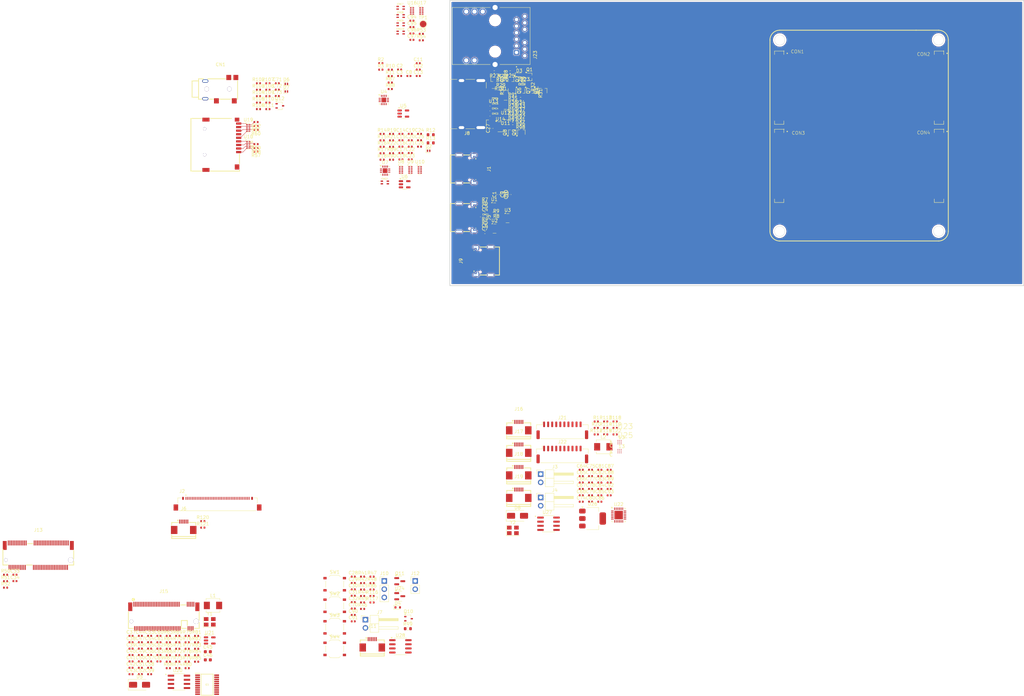
<source format=kicad_pcb>
(kicad_pcb (version 20240225) (generator "pcbnew") (generator_version "8.99")
  (title_block (title "anyon e motherboard") (date "2024-07-10") (rev "V0.1") (company "Byran Huang") (comment 1 "UNITS: MM, 1.0mm/0.1mm grid size"))
  (layers (0 "F.Cu" signal) (1 "In1.Cu" signal) (2 "In2.Cu" signal) (31 "B.Cu" signal) (34 "B.Paste" user) (35 "F.Paste" user) (36 "B.SilkS" user "B.Silkscreen") (37 "F.SilkS" user "F.Silkscreen") (38 "B.Mask" user) (39 "F.Mask" user) (44 "Edge.Cuts" user))
  (net 0 "")
  (net 1 "GND")
  (net 2 "/USBC0/VBUS")
  (net 3 "/USBC0/CC2")
  (net 4 "/USBC0/CC1")
  (net 5 "/USBC0/TX1-")
  (net 6 "/USBC0/IN_TX1-")
  (net 7 "/USBC0/IN_TX1+")
  (net 8 "/USBC0/TX1+")
  (net 9 "/USBC0/IN_TX2-")
  (net 10 "/USBC0/TX2-")
  (net 11 "/USBC0/IN_TX2+")
  (net 12 "/USBC0/TX2+")
  (net 13 "+3.3V")
  (net 14 "+5V")
  (net 15 "/USBC1/VBUS")
  (net 16 "Net-(J1-TX1-)")
  (net 17 "/USBC1/TX1-")
  (net 18 "Net-(J1-TX1+)")
  (net 19 "/USBC1/TX1+")
  (net 20 "Net-(J1-TX2-)")
  (net 21 "/USBC1/TX2-")
  (net 22 "/USBC1/TX2+")
  (net 23 "Net-(J1-TX2+)")
  (net 24 "/USBC1/CC1")
  (net 25 "/USBC1/CC2")
  (net 26 "/HDMI_TX/HDMI0_5V")
  (net 27 "/System/PWRON_L")
  (net 28 "/System/RESET_L")
  (net 29 "/BOOT_SARADC_IN0")
  (net 30 "/System/RECOVERY")
  (net 31 "Net-(J12-Pin_1)")
  (net 32 "/PCIE20_1_TXP")
  (net 34 "/PCIE20_1_TXN")
  (net 36 "/Ethernet/CT1")
  (net 37 "/Ethernet/CT2")
  (net 38 "Net-(J15-PETn3)")
  (net 39 "/PCIE30_PORT1_TX3N")
  (net 40 "/PCIE30_PORT1_TX2N")
  (net 41 "Net-(J15-PETn2)")
  (net 42 "/PCIE30_PORT1_TX3P")
  (net 43 "Net-(J15-PETp3)")
  (net 44 "/PCIE30_PORT1_TX2P")
  (net 45 "Net-(J15-PETp2)")
  (net 46 "/PCIE30_PORT0_TX1P")
  (net 47 "Net-(J15-PETp1)")
  (net 48 "/PCIE30_PORT0_TX1N")
  (net 49 "Net-(J15-PETn1)")
  (net 50 "/PCIE30_PORT0_TX0N")
  (net 51 "Net-(J15-PETn0{slash}SATA-A-)")
  (net 52 "Net-(J15-PETp0{slash}SATA-A+)")
  (net 53 "/PCIE30_PORT0_TX0P")
  (net 54 "/PCIE3.0-MKEY/+3.3V_PCIE")
  (net 55 "Net-(D5-K)")
  (net 56 "Net-(U20-BOOT)")
  (net 57 "Net-(U20-SS)")
  (net 58 "Net-(C54-Pad1)")
  (net 59 "Net-(U20-COMP)")
  (net 60 "/PCIE3.0-MKEY/+3.3V_PI6C")
  (net 61 "/PCIE3.0-MKEY/X1")
  (net 62 "Net-(C59-Pad1)")
  (net 63 "/USB2.0/X1")
  (net 64 "/USB2.0/X2")
  (net 65 "/Audio/R_AUDIO")
  (net 66 "Net-(C71-Pad2)")
  (net 67 "Net-(C72-Pad2)")
  (net 68 "/Audio/L_AUDIO")
  (net 69 "Net-(Q12-G)")
  (net 70 "Net-(U23-IN+)")
  (net 71 "Net-(U23-IN-)")
  (net 72 "Net-(U25-IN+)")
  (net 73 "Net-(U25-IN-)")
  (net 74 "+1V8")
  (net 75 "Net-(U27-BOOT)")
  (net 76 "Net-(D8-K)")
  (net 77 "Net-(C85-Pad1)")
  (net 78 "Net-(U27-COMP)")
  (net 79 "Net-(U27-SS)")
  (net 81 "/USBC0/IN_D-")
  (net 83 "/USBC0/IN_D+")
  (net 84 "Net-(CMC2-Pad3)")
  (net 85 "Net-(CMC2-Pad1)")
  (net 86 "Net-(CMC2-Pad2)")
  (net 87 "Net-(CMC2-Pad4)")
  (net 88 "/HDMI_TX/HDMI0_TX2N_PORT")
  (net 91 "/HDMI_TX/HDMI0_TX2P_PORT")
  (net 92 "/HDMI_TX/HDMI0_TX1N_PORT")
  (net 95 "/HDMI_TX/HDMI0_TX1P_PORT")
  (net 97 "/HDMI_TX/HDMI0_TX0N_PORT")
  (net 98 "/HDMI_TX/HDMI0_TX0P_PORT")
  (net 101 "/HDMI_TX/HDMI0_TX3N_PORT")
  (net 102 "/HDMI_TX/HDMI0_TX3P_PORT")
  (net 104 "/P25G_MDIP2")
  (net 105 "/P25G_MDIN2")
  (net 106 "/Ethernet/P0")
  (net 107 "/Ethernet/N0")
  (net 108 "/P25G_MDIN1")
  (net 109 "/Ethernet/P1")
  (net 110 "/Ethernet/N1")
  (net 111 "/P25G_MDIP1")
  (net 112 "/P25G_MDIN0")
  (net 113 "/Ethernet/P2")
  (net 114 "/Ethernet/N2")
  (net 115 "/P25G_MDIP0")
  (net 116 "/P25G_MDIN3")
  (net 117 "/P25G_MDIP3")
  (net 118 "/Ethernet/N3")
  (net 119 "/Ethernet/P3")
  (net 120 "/Audio/R_HP")
  (net 121 "GND_AUDUO")
  (net 122 "/Audio/L_HP")
  (net 123 "/Audio/L_DET")
  (net 124 "/Audio/MIC")
  (net 125 "Net-(R100-Pad1)")
  (net 126 "Net-(D4-K)")
  (net 127 "/PCIE3.0-MKEY/X2")
  (net 129 "/PCIE3.0-MKEY/CLK2N")
  (net 131 "/PCIE3.0-MKEY/CLK2P")
  (net 132 "/PCIE3.0-MKEY/CLK3N")
  (net 133 "Net-(IC1-S1)")
  (net 134 "Net-(IC1-CLK0)")
  (net 135 "Net-(IC1-OE)")
  (net 136 "Net-(IC1-S0)")
  (net 137 "Net-(IC1-~{CLK0})")
  (net 138 "Net-(IC1-IREF)")
  (net 139 "Net-(IC1-S2)")
  (net 140 "Net-(IC1-~{PD})")
  (net 141 "/PCIE3.0-MKEY/CLK3P")
  (net 142 "Net-(J1-SHIELD)")
  (net 143 "/USBC1/SBUS1")
  (net 144 "Net-(J1-RX2-)")
  (net 145 "Net-(J1-RX2+)")
  (net 146 "/USBC1/SBUS2")
  (net 147 "Net-(J1-RX1+)")
  (net 148 "Net-(J1-RX1-)")
  (net 151 "/HDMI1_TX1P_PORT")
  (net 153 "Net-(J6-Pin_4)")
  (net 154 "/HDMI1_TX0P_PORT")
  (net 157 "Net-(J2-Pad25)")
  (net 160 "/HDMI1_TX3P_PORT")
  (net 161 "/HDMI1_TX2N_PORT")
  (net 162 "/HDMI1_TX1N_PORT")
  (net 163 "/HDMI1_TX0N_PORT")
  (net 164 "/HDMI1_TX_SBDN")
  (net 165 "/HDMI1_TX_SBDP")
  (net 167 "/HDMI1_TX3N_PORT")
  (net 168 "/HDMI1_TX2P_PORT")
  (net 169 "Net-(J2-Pad21)")
  (net 173 "Net-(J3-Pin_2)")
  (net 174 "Net-(J3-Pin_1)")
  (net 175 "Net-(J4-Pin_2)")
  (net 176 "Net-(J4-Pin_1)")
  (net 177 "/USBC0/IN_RX1-")
  (net 178 "/USBC0/IN_RX1+")
  (net 180 "/USBC0/SBUS1")
  (net 181 "/USBC0/IN_RX2-")
  (net 182 "/USBC0/IN_RX2+")
  (net 183 "/USBC0/SBUS2")
  (net 184 "/VBAT_RTC")
  (net 185 "/HDMI_TX/CEC")
  (net 186 "/HDMI_TX/SBDP")
  (net 187 "/HDMI_TX/SBDN")
  (net 188 "/HDMI_TX/SDA")
  (net 189 "/HDMI_TX/SCL")
  (net 190 "Net-(J9-SHIELD)")
  (net 191 "/System/UART_TX")
  (net 192 "/System/BOOT_SARADC")
  (net 193 "/USB20_HOST1_DP")
  (net 194 "/USB20_HOST1_DM")
  (net 195 "/PCIE2.0-EKEY/EKEY_3.3V")
  (net 196 "/GPIO4_A2")
  (net 197 "/GPIO2_C0")
  (net 198 "/GPIO2_B7")
  (net 199 "/GPIO4_A0{slash}TP_2_INT_L")
  (net 200 "/GPIO2_B3")
  (net 201 "/GPIO4_A1{slash}TP_2_RST_L")
  (net 203 "/GPIO2_A6")
  (net 204 "/GPIO2_B0")
  (net 205 "/GPIO1_A2{slash}I2C4_SDA_M3_TP")
  (net 206 "/GPIO2_A7")
  (net 207 "/GPIO1_A0{slash}UART6_RX_M1")
  (net 208 "/PCIE20_1_REFCLKN")
  (net 209 "/PCIE20_1_REFCLKP")
  (net 211 "/GPIO0_B2")
  (net 213 "/GPIO2_B2")
  (net 214 "/GPIO0_C5{slash}UART0_TX_M0{slash}PWM4_M0")
  (net 215 "/GPIO1_A3{slash}I2C4_SCL_M3_TP")
  (net 216 "/GPIO3_A6{slash}LCD_RST")
  (net 217 "/GPIO1_A1{slash}UART6_TX_M1")
  (net 218 "/GPIO2_B1")
  (net 219 "/PCIE20_1_RXN")
  (net 220 "/PCIE20_1_RXP")
  (net 221 "/SD Card/CMD")
  (net 222 "/SD Card/D0")
  (net 223 "/SD Card/D1")
  (net 224 "/SD Card/D3")
  (net 225 "/SD Card/VDD")
  (net 226 "/SD Card/D2")
  (net 227 "/SD Card/CLK")
  (net 228 "/SD Card/DET")
  (net 229 "/PCIE30_PORT1_RX2P")
  (net 231 "/PCIE30_PORT1_RX2N")
  (net 233 "/GPIO4_B4{slash}PCIE30X4_CLKREQn_M1_L")
  (net 235 "/PCIE30_PORT0_RX0P")
  (net 241 "/PCIE30_PORT1_RX3N")
  (net 244 "/GPIO4_B6{slash}PCIE30X4_PERSTn_M1_L")
  (net 245 "/PCIE3.0-MKEY/PCIE30_REFCLK_A_P")
  (net 246 "/GPIO4_B5{slash}PCIE30X4_WAKEn_M1_L")
  (net 247 "/PCIE30_PORT0_RX0N")
  (net 254 "/PCIE30_PORT0_RX1N")
  (net 256 "/PCIE30_PORT0_RX1P")
  (net 263 "/PCIE30_PORT1_RX3P")
  (net 264 "/PCIE3.0-MKEY/PCIE30_REFCLK_A_N")
  (net 267 "/USB2.0/DP4")
  (net 268 "/USB2.0/DM4")
  (net 271 "/USB2.0/DM3")
  (net 272 "/USB2.0/DP3")
  (net 273 "/USB2.0/DM2")
  (net 275 "/USB2.0/DP2")
  (net 278 "/USB2.0/DP1")
  (net 280 "/USB2.0/DM1")
  (net 282 "/GPIO1_B2{slash}SPI0_MOSI_M2{slash}UART4_RX_M2")
  (net 286 "/GPIO0_A4{slash}SDMMC_DET_L")
  (net 288 "/GPIO2_C1{slash}MIPI_CAM2_RESET_L")
  (net 289 "/PMIC_EXT_EN_OUT")
  (net 290 "/HDMIIRX_HPDOUT_H")
  (net 291 "VDD")
  (net 293 "/USBC1/RX2-")
  (net 294 "/GPIO3_B0{slash}PWM9_M0")
  (net 295 "/GPIO1_D3{slash}PWM1_M1")
  (net 296 "/PCIE20_2_RXN")
  (net 297 "/HDMI_RX_CLKP_PORT")
  (net 299 "/HDMI_RX_D2P_PORT")
  (net 300 "/GPIO3_A0{slash}SPI4_MISO_M1{slash}PWM10_M0")
  (net 302 "/GPIO1_C4{slash}HP_DET_L")
  (net 304 "/SDMMC0_D0")
  (net 308 "/GPIO3_B3")
  (net 311 "/SDMMC0_D3")
  (net 312 "/LED2_25GLAN_1GLED")
  (net 314 "/GPIO0_C4{slash}UART0_RX_M0")
  (net 315 "/HDMI_RX_D0P_PORT")
  (net 316 "/PCIE30_PORT1_REFCLKP_IN")
  (net 318 "/GPIO3_B1{slash}PWM2_M1{slash}LCD_BL")
  (net 320 "/GPIO3_A3{slash}SPI4_CS0_M1{slash}UART8_RX_M1")
  (net 321 "/USBC0/D-")
  (net 323 "/USBC1/D+")
  (net 324 "/HDMI_RX_D1P_PORT")
  (net 326 "/GPIO2_C3")
  (net 327 "/GPIO3_B4")
  (net 328 "/HDMI_RX_SDA_M1")
  (net 330 "/USBC1/RX2+")
  (net 331 "/GPIO3_C7{slash}I2C5_SCL_M0_TP")
  (net 333 "/GPIO3_A7")
  (net 334 "/GPIO3_B7")
  (net 335 "/GPIO4_C5{slash}MIPI_CAM1_PDN_L")
  (net 336 "/GPIO2_B6")
  (net 337 "/HDMITX1_SCL_M1")
  (net 339 "/SDMMC0_D2")
  (net 340 "/GPIO4_C3")
  (net 341 "/HDMI_RX_CLKN_PORT")
  (net 342 "/HDMITX1_SDA_M1")
  (net 344 "/USB20_HOST0_DM")
  (net 345 "/GPIO2_B4")
  (net 346 "/HDMI_RX_D1N_PORT")
  (net 347 "/PCIE20_2_REFCLKP")
  (net 349 "/PCIE20_2_REFCLKN")
  (net 350 "/GPIO1_D5{slash}HDMIIRX_DET_L")
  (net 351 "/HDMITX0_CEC_M0")
  (net 354 "/GPIO4_C4{slash}MIPI_CAM1_RESET_L")
  (net 357 "/GPIO1_D2{slash}TYPEC5V_PWREN_H")
  (net 358 "/GPIO0_C6{slash}PW M5_M1")
  (net 360 "/GPIO1_D6{slash}I2C8_SCL_M2")
  (net 361 "/GPIO1_B7{slash}MIPI_CAM2_CLKOUT")
  (net 362 "/GPIO1_B0")
  (net 363 "/GPIO0_D3{slash}CC_INT_L")
  (net 364 "/HDMI0_TX_ON_H")
  (net 365 "/GPIO3_A2{slash}SPI4_CLK_M1{slash}UART8_TX_M1")
  (net 366 "/GPIO3_B5{slash}UART3_TX_M1{slash}PWM12_M0")
  (net 367 "/GPIO4_C2")
  (net 368 "/GPIO4_B3")
  (net 370 "/GPIO1_C0{slash}I2C3_SDA_M0")
  (net 371 "/USBC1/D-")
  (net 373 "/HDMI_RX_D0N_PORT")
  (net 374 "/GPIO2_C2{slash}MIPI_CAM2_PDN_L")
  (net 376 "/GPIO3_C2{slash}PWM14_M0")
  (net 377 "/GPIO4_B0{slash}USB_HOST_PWREN_H")
  (net 378 "/GPIO0_D4{slash}PWM3_IR_M0")
  (net 379 "/ GPIO3_C3{slash}PWM15_IR_M0")
  (net 380 "/HDMITX0_SCL_M0")
  (net 381 "/SDMMC0_D1")
  (net 382 "/USBC0/RX2+")
  (net 383 "/GPIO2_C6")
  (net 386 "/GPIO1_B1{slash}SPI0_MISO_M2")
  (net 388 "/PCIE20_2_TXN")
  (net 391 "/USBC0/RX2-")
  (net 393 "/USBC1/RX1-")
  (net 394 "/GPIO1_B3{slash}SPI0_CLK_M2{slash}UART4_TX_M2")
  (net 395 "/USBC0/RX1+")
  (net 398 "/HDMITX1_HPDIN_M0")
  (net 401 "/GPIO3_A5")
  (net 405 "/LED3_25GLAN_25GLED")
  (net 406 "/GPIO1_C1{slash}I2C3_SCL_M0")
  (net 407 "/SDMMC0_CMD")
  (net 408 "/HDMI_RX_CEC")
  (net 409 "/GPIO2_B5")
  (net 410 "/GPIO4_A3{slash}LCD_2_RST")
  (net 411 "/GPIO1_B6{slash}MIPI_CAM1_CLKOUT")
  (net 413 "/GPIO3_B6{slash}UART3_RX_M1{slash}PWM13_M0")
  (net 414 "/HDMITX0_SDA_M0")
  (net 415 "/GPIO3_B2")
  (net 416 "/USBC1/RX1+")
  (net 417 "/PCIE30_PORT0_REFCLKN_IN")
  (net 419 "/I2C7_SDA_M0")
  (net 420 "/GPIO1_D7{slash}I2C8_SDA_M2")
  (net 421 "/USBC0/RX1-")
  (net 423 "/I2C6_SDA_M0")
  (net 425 "/HDMI1_TX_ON_H")
  (net 426 "/GPIO3_D5{slash}PWM11_M3{slash}LCD_2_BL")
  (net 427 "/HDMITX0_HPDIN_M0")
  (net 428 "/GPIO0_D5")
  (net 431 "/MIC_IN")
  (net 433 "/GPIO3_C1{slash}TP_RST_L")
  (net 436 "/GPIO1_B4{slash}SPI0_CS0_M2{slash}UART7_RX_M2")
  (net 437 "/HDMITX1_CEC_M2")
  (net 438 "/PCIE20_2_RXP")
  (net 439 "/USBC0/D+")
  (net 440 "/PCIE20_2_TXP")
  (net 441 "/HDMI_RX_D2N_PORT")
  (net 442 "/GPIO3_A1{slash}SPI4_MOSI_M1")
  (net 444 "/USB20_HOST0_DP")
  (net 445 "/SARADC_VIN6_HW_ID2")
  (net 447 "/Audio/SPK_EN")
  (net 448 "/I2C6_SCL_M0")
  (net 449 "/GPIO2_C4")
  (net 450 "/PCIE30_PORT1_REFCLKN_IN")
  (net 452 "/VDC_MODE")
  (net 453 "/GPIO1_A4")
  (net 455 "/HDMI_RX_SCL_M1")
  (net 457 "/GPIO1_B5{slash}SPI0_CS1_M0{slash}UART7_TX_M2")
  (net 460 "/PCIE30_PORT0_REFCLKP_IN")
  (net 461 "/GPIO3_C0{slash}TP_INT_L")
  (net 462 "/GPIO3_A4{slash}SPI4_CS1_M1")
  (net 465 "/I2C7_SCL_M0")
  (net 467 "/GPIO3_D0{slash}I2C5_SDA_M0_TP")
  (net 468 "Net-(Q3-G)")
  (net 469 "Net-(Q4-D)")
  (net 470 "Net-(Q4-G)")
  (net 471 "Net-(Q6-D)")
  (net 472 "Net-(Q7-D)")
  (net 473 "Net-(Q8-D)")
  (net 474 "Net-(Q9-D)")
  (net 475 "Net-(Q10-G)")
  (net 476 "Net-(Q10-D)")
  (net 477 "Net-(Q11-G)")
  (net 478 "Net-(Q11-D)")
  (net 479 "Net-(R10-Pad1)")
  (net 480 "/Ethernet/CT3")
  (net 481 "/Ethernet/CT4")
  (net 482 "Net-(U20-VSENSE)")
  (net 483 "Net-(R65-Pad2)")
  (net 484 "Net-(U6-ISET)")
  (net 485 "Net-(R112-Pad2)")
  (net 486 "Net-(U27-VSENSE)")
  (net 487 "Net-(U25-EN)")
  (net 500 "Net-(J23-Pad16)")
  (net 509 "/PCIE3.0-MKEY/EN")
  (net 520 "/EN")
  (net 521 "Net-(J23-Pad15)")
  (net 522 "Net-(J23-Pad14)")
  (footprint "Capacitor_SMD:C_0402_1005Metric" (layer "F.Cu") (at -64.465 244.835)
    (property "Reference" "C52")
    (property "Value" "10uF")
  )
  (footprint "ACM2012:FIL_ACM2012-900-2P-T001" (layer "F.Cu") (at 45.075 71.5)
    (property "Reference" "CMC4")
    (property "Value" "ACM2012")
  )
  (footprint "Button_Switch_SMD:SW_Push_1P1T_XKB_TS-1187A" (layer "F.Cu") (at -4.51 230.38)
    (property "Reference" "SW3")
    (property "Value" "MASK")
  )
  (footprint "Capacitor_SMD:C_0402_1005Metric" (layer "F.Cu") (at -58.725 234.985)
    (property "Reference" "C61")
    (property "Value" "100nF")
  )
  (footprint "Resistor_SMD:R_0402_1005Metric" (layer "F.Cu") (at -55.835 242.975)
    (property "Reference" "R68")
    (property "Value" "0R")
  )
  (footprint "Ethernet:BEL_L829-1J1T-JM" (layer "F.Cu") (at 44.95 48 90)
    (property "Reference" "J23")
    (property "Value" "L829-1J1T-JM")
  )
  (footprint "Capacitor_SMD:C_0402_1005Metric" (layer "F.Cu") (at 80.1325 183.76)
    (property "Reference" "C88")
    (property "Value" "10uF")
  )
  (footprint "6P_05mm_FPC:FPC-SMD_6P-P0.50_XUNPU_FPC-05F-6PH20" (layer "F.Cu") (at 7.075 235.31)
    (property "Reference" "J11")
    (property "Value" "SYSTEM")
  )
  (footprint "Resistor_SMD:R_0402_1005Metric" (layer "F.Cu") (at -25.1125 68.57)
    (property "Reference" "R110")
    (property "Value" "10k")
  )
  (footprint "Resistor_SMD:R_0402_1005Metric" (layer "F.Cu") (at -28.0225 68.57)
    (property "Reference" "R105")
    (property "Value" "10k")
  )
  (footprint "ACM2012:FIL_ACM2012-900-2P-T001" (layer "F.Cu") (at 15.825 41.85)
    (property "Reference" "CMC8")
    (property "Value" "ACM2012")
  )
  (footprint "Resistor_SMD:R_0402_1005Metric" (layer "F.Cu") (at 76.1525 168.89)
    (property "Reference" "R20")
    (property "Value" "1M")
  )
  (footprint "Resistor_SMD:R_0603_1608Metric" (layer "F.Cu") (at 45.3 103.4)
    (property "Reference" "R9")
    (property "Value" "2.2R")
  )
  (footprint "Capacitor_SMD:C_0402_1005Metric" (layer "F.Cu") (at -58.725 236.955)
    (property "Reference" "C62")
    (property "Value" "1uF")
  )
  (footprint "Resistor_SMD:R_0402_1005Metric" (layer "F.Cu") (at 47.2 62.6)
    (property "Reference" "R100")
    (property "Value" "18k")
  )
  (footprint "Resistor_SMD:R_0402_1005Metric" (layer "F.Cu") (at -50.015 240.985)
    (property "Reference" "R79")
    (property "Value" "33R")
  )
  (footprint "Package_TO_SOT_SMD:SOT-323_SC-70" (layer "F.Cu") (at 50.25 77.7 90)
    (property "Reference" "Q8")
    (property "Value" "WNM6002-3/TR")
  )
  (footprint "eDP_Connector:IPEX_20455-040E-76" (layer "F.Cu") (at -40.6525 192.52)
    (property "Reference" "J2")
    (property "Value" "20455-040E-76 OLED IPEX")
  )
  (footprint "Capacitor_SMD:C_0402_1005Metric" (layer "F.Cu") (at -58.725 238.925)
    (property "Reference" "C63")
    (property "Value" "1uF")
  )
  (footprint "Capacitor_SMD:C_0402_1005Metric" (layer "F.Cu") (at -67.335 242.865)
    (property "Reference" "C42")
    (property "Value" "220nF")
  )
  (footprint "Capacitor_SMD:C_0402_1005Metric" (layer "F.Cu") (at 21.65 82.13)
    (property "Reference" "C26")
    (property "Value" "220pF")
  )
  (footprint "Resistor_SMD:R_0402_1005Metric" (layer "F.Cu") (at -106.025 216.155)
    (property "Reference" "R51")
    (property "Value" "0R")
  )
  (footprint "Resistor_SMD:R_0402_1005Metric" (layer "F.Cu") (at 52.65 61.91 -90)
    (property "Reference" "R99")
    (property "Value" "2k")
  )
  (footprint "Capacitor_SMD:C_0402_1005Metric" (layer "F.Cu") (at 21.25 56.39)
    (property "Reference" "C11")
    (property "Value" "10uF")
  )
  (footprint "Resistor_SMD:R_0402_1005Metric" (layer "F.Cu") (at 13.02 82.18)
    (property "Reference" "R22")
    (property "Value" "2.2k")
  )
  (footprint "Capacitor_SMD:C_0402_1005Metric" (layer "F.Cu") (at 1.2 228.53)
    (property "Reference" "C91")
    (property "Value" "1uF")
  )
  (footprint "Resistor_SMD:R_0402_1005Metric" (layer "F.Cu") (at 57.8 63.7 90)
    (property "Reference" "R32")
    (property "Value" "10k")
  )
  (footprint "ACM2012:FIL_ACM2012-900-2P-T001" (layer "F.Cu") (at 45.075 70)
    (property "Reference" "CMC5")
    (property "Value" "ACM2012")
  )
  (footprint "Capacitor_SMD:C_0402_1005Metric" (layer "F.Cu") (at 80.1325 187.7)
    (property "Reference" "C92")
    (property "Value" "10uF")
  )
  (footprint "Resistor_SMD:R_0402_1005Metric" (layer "F.Cu") (at -28.7825 74.55 180)
    (property "Reference" "R62")
    (property "Value" "33R")
  )
  (footprint "Button_Switch_SMD:SW_Push_1P1T_XKB_TS-1187A" (layer "F.Cu") (at -4.51 237.03)
    (property "Reference" "SW4")
    (property "Value" "RECOVERY")
  )
  (footprint "Capacitor_SMD:C_0402_1005Metric" (layer "F.Cu") (at 71.5225 187.7)
    (property "Reference" "C67")
    (property "Value" "10uF")
  )
  (footprint "Resistor_SMD:R_0402_1005Metric" (layer "F.Cu") (at 12.62 62.37)
    (property "Reference" "R87")
    (property "Value" "6.8k")
  )
  (footprint "WIRELESS_E_KEY:CONN-SMD_APCI0147-P001A" (layer "F.Cu") (at -95.935 208.125)
    (property "Reference" "J13")
    (property "Value" "Bus_M.2_Socket_E")
  )
  (footprint "Resistor_SMD:R_0402_1005Metric" (layer "F.Cu") (at -50.015 233.025)
    (property "Reference" "R75")
    (property "Value" "33R")
  )
  (footprint "Capacitor_SMD:C_0402_1005Metric" (layer "F.Cu") (at -64.465 238.925)
    (property "Reference" "C49")
    (property "Value" "100nF")
  )
  (footprint "Resistor_SMD:R_0402_1005Metric" (layer "F.Cu") (at 81.9725 168.89)
    (property "Reference" "R119")
    (property "Value" "0R")
  )
  (footprint "SOP65P640X120-20N:SOP65P640X120-20N" (layer "F.Cu") (at -43.87 248.07)
    (property "Reference" "IC1")
    (property "Value" "PI6C557-05BLE" (hide yes))
  )
  (footprint "Connector_Video:HDMI_A_Molex_208658-1001_Horizontal" (layer "F.Cu") (at 38.02 69 180)
    (property "Reference" "J8")
    (property "Value" "HDMI_A")
  )
  (footprint "Capacitor_SMD:C_0402_1005Metric" (layer "F.Cu") (at 19.3 45.25)
    (property "Reference" "C95")
    (property "Value" "100nF/100V")
  )
  (footprint "Diode_SMD:D_SMA" (layer "F.Cu") (at 51.8775 195.98)
    (property "Reference" "D8")
    (property "Value" "SS54")
  )
  (footprint "Inductor_SMD:L_Vishay_IHLP-1616" (layer "F.Cu") (at -42.055 223.635)
    (property "Reference" "L1")
    (property "Value" "3.3uH")
  )
  (footprint "Capacitor_SMD:C_0402_1005Metric" (layer "F.Cu") (at -64.465 242.865)
    (property "Reference" "C51")
    (property "Value" "1uF")
  )
  (footprint "Button_Switch_SMD:SW_Push_1P1T_XKB_TS-1187A" (layer "F.Cu") (at -4.51 217.08)
    (property "Reference" "SW1")
    (property "Value" "PWR")
  )
  (footprint "Capacitor_SMD:C_0402_1005Metric" (layer "F.Cu") (at -64.465 233.015)
    (property "Reference" "C44")
    (property "Value" "220nF")
  )
  (footprint "Capacitor_SMD:C_0402_1005Metric" (layer "F.Cu") (at 15.91 84.1)
    (property "Reference" "C17")
    (property "Value" "100nF")
  )
  (footprint "Resistor_SMD:R_0402_1005Metric" (layer "F.Cu") (at 41.8 105.6)
    (property "Reference" "R4")
    (property "Value" "0R")
  )
  (footprint "Package_TO_SOT_SMD:SOT-23-5" (layer "F.Cu") (at 16.65 71.925)
    (property "Reference" "U5")
    (property "Value" "SY6280AAC")
  )
  (footprint "Resistor_SMD:R_0402_1005Metric" (layer "F.Cu") (at 52.79 69.5 180)
    (property "Reference" "R37")
    (property "Value" "510")
  )
  (footprint "Capacitor_SMD:C_0402_1005Metric" (layer "F.Cu") (at 18.38 60.33)
    (property "Reference" "C8")
    (property "Value" "100nF")
  )
  (footprint "Resistor_SMD:R_0402_1005Metric" (layer "F.Cu") (at 41.8 100.6)
    (property "Reference" "R6")
    (property "Value" "0R")
  )
  (footprint "Capacitor_SMD:C_0402_1005Metric" (layer "F.Cu") (at 43.9375 76.5 90)
    (property "Reference" "C27")
    (property "Value" "1uF")
  )
  (footprint "Resistor_SMD:R_0402_1005Metric" (layer "F.Cu") (at -52.925 242.975)
    (property "Reference" "R74")
    (property "Value" "33R")
  )
  (footprint "Package_SON:USON-10_2.5x1.0mm_P0.5mm" (layer "F.Cu") (at 48.8 104.2)
    (property "Reference" "U3")
    (property "Value" "TPD4EUSB30")
  )
  (footprint "Package_TO_SOT_SMD:SOT-23" (layer "F.Cu") (at 15.55 220.78)
    (property "Reference" "U24")
    (property "Value" "SOT23 Hall Effect Sensor")
  )
  (footprint "Resistor_SMD:R_0402_1005Metric" (layer "F.Cu") (at 47.19 61.5)
    (property "Reference" "R26")
    (property "Value" "2k")
  )
  (footprint "Capacitor_SMD:C_0402_1005Metric" (layer "F.Cu") (at 1.2 214.74)
    (property "Reference" "C28")
    (property "Value" "1nF")
  )
  (footprint "Resistor_SMD:R_0402_1005Metric" (layer "F.Cu") (at -45.1925 199.63)
    (property "Reference" "R121")
    (property "Value" "0R")
  )
  (footprint "Package_TO_SOT_SMD:SOT-23-5" (layer "F.Cu") (at -43.075 234.43)
    (property "Reference" "U21")
    (property "Value" "AP2127K-3.3")
  )
  (footprint "Resistor_SMD:R_0402_1005Metric" (layer "F.Cu") (at 50.4 70.6)
    (property "Reference" "R38")
    (property "Value" "24k")
  )
  (footprint "Resistor_SMD:R_0402_1005Metric" (layer "F.Cu") (at -47.105 237.005)
    (property "Reference" "R83")
    (property "Value" "33R")
  )
  (footprint "Capacitor_SMD:C_0402_1005Metric" (layer "F.Cu") (at 21.65 80.16)
    (property "Reference" "C25")
    (property "Value" "220pF")
  )
  (footprint "Capacitor_SMD:C_0402_1005Metric" (layer "F.Cu") (at -61.595 233.015)
    (property "Reference" "C53")
    (property "Value" "8.2nF")
  )
  (footprint "Capacitor_SMD:C_0402_1005Metric" (layer "F.Cu") (at 21.25 60.33)
    (property "Reference" "C13")
    (property "Value" "10uF")
  )
  (footprint "Package_SON:USON-10_2.5x1.0mm_P0.5mm" (layer "F.Cu") (at 22.22 40.275)
    (property "Reference" "U17")
    (property "Value" "TPD4EUSB30")
  )
  (footprint "Crystal:Crystal_SMD_3225-4Pin_3.2x2.5mm" (layer "F.Cu") (at 50.4325 200.48)
    (property "Reference" "Y2")
    (property "Value" "12MHz")
  )
  (footprint "Capacitor_SMD:C_0402_1005Metric" (layer "F.Cu") (at -58.725 240.895)
    (property "Reference" "C69")
    (property "Value" "10uF")
  )
  (footprint "Capacitor_SMD:C_0402_1005Metric" (layer "F.Cu") (at -67.335 236.955)
    (property "Reference" "C39")
    (property "Value" "220nF")
  )
  (footprint "6P_05mm_FPC:FPC-SMD_6P-P0.50_XUNPU_FPC-05F-6PH20" (layer "F.Cu") (at 52.2475 175.27)
    (property "Reference" "J17")
    (property "Value" "USB")
  )
  (footprint "Capacitor_SMD:C_0402_1005Metric" (layer "F.Cu") (at -64.465 236.955)
    (property "Reference" "C48")
    (property "Value" "0.1uF")
  )
  (footprint "Resistor_SMD:R_0402_1005Metric" (layer "F.Cu") (at -25.1125 62.6)
    (property "Reference" "R107")
    (property "Value" "33R")
  )
  (footprint "Capacitor_SMD:C_0402_1005Metric" (layer "F.Cu") (at 49.5 96.9 90)
    (property "Reference" "C10")
    (property "Value" "10uF")
  )
  (footprint "Resistor_SMD:R_0402_1005Metric" (layer "F.Cu") (at 50.4 69.5)
    (property "Reference" "R36")
    (property "Value" "24k")
  )
  (footprint "Resistor_SMD:R_0402_1005Metric" (layer "F.Cu") (at -50.015 242.975)
    (property "Reference" "R80")
    (property "Value" "49.9R")
  )
  (footprint "Capacitor_SMD:C_0402_1005Metric" (layer "F.Cu") (at 19.3 47.22)
    (property "Reference" "C96")
    (property "Value" "100nF/100V")
  )
  (footprint "Resistor_SMD:R_0402_1005Metric" (layer "F.Cu") (at -50.015 235.015)
    (property "Reference" "R76")
    (property "Value" "49.9R")
  )
  (footprint "Connector_PinHeader_2.54mm:PinHeader_1x02_P2.54mm_Horizontal" (layer "F.Cu") (at 4.96 228.02)
    (property "Reference" "J7")
    (property "Value" "RTC BATTERY")
  )
  (footprint "Resistor_SMD:R_0402_1005Metric" (layer "F.Cu") (at 4.09 224.7)
    (property "Reference" "R46")
    (property "Value" "100R")
  )
  (footprint "Capacitor_SMD:C_0402_1005Metric" (layer "F.Cu") (at 18.78 86.07)
    (property "Reference" "C23")
    (property "Value" "100nF")
  )
  (footprint "Headphone_Jack:AUDIO-SMD_PJ-332A-6A" (layer "F.Cu") (at -39.72 64.4)
    (property "Reference" "CN1")
    (property "Value" "PJ-332A-6A (3.5mm Jack)")
  )
  (footprint "Diode_SMD:D_SOD-882" (layer "F.Cu") (at -19.4175 62.775)
    (property "Reference" "D6")
    (property "Value" "LESD8D5.0CB1T5G")
  )
  (footprint "Package_TO_SOT_SMD:SOT-323_SC-70" (layer "F.Cu") (at -21.4325 69.545)
    (property "Reference" "Q12")
    (property "Value" "2SK3018W")
  )
  (footprint "Resistor_SMD:R_0402_1005Metric" (layer "F.Cu") (at 10.11 78.2)
    (property "Reference" "R14")
    (property "Value" "0R")
  )
  (footprint "Capacitor_SMD:C_0402_1005Metric" (layer "F.Cu") (at 48.4 96.9 90)
    (property "Reference" "C9")
    (property "Value" "10uF")
  )
  (footprint "Capacitor_SMD:C_0402_1005Metric" (layer "F.Cu") (at 15.91 78.19)
    (property "Reference" "C14")
    (property "Value" "100nF")
  )
  (footprint "Capacitor_SMD:C_0402_1005Metric" (layer "F.Cu") (at -22.2225 66.53)
    (property "Reference" "C73")
    (property "Value" "1uF")
  )
  (footprint "Diode_SMD:D_SOD-882" (layer "F.Cu") (at -19.4175 65.115)
    (property "Reference" "D7")
    (property "Value" "LESD8D5.0CB1T5G")
  )
  (footprint "Package_SON:USON-10_2.5x1.0mm_P0.5mm" (layer "F.Cu") (at 15.935 89.305)
    (property "Reference" "U8")
    (property "Value" "TPD4EUSB30")
  )
  (footprint "Resistor_SMD:R_0402_1005Metric" (layer "F.Cu") (at -28.7675 83.65 180)
    (property "Reference" "R57")
    (property "Value" "33R")
  )
  (footprint "Resistor_SMD:R_0402_1005Metric" (layer "F.Cu") (at 9.71 56.4)
    (property "Reference" "R2")
    (property "Value" "2.2k")
  )
  (footprint "Capacitor_SMD:C_0402_1005Metric" (layer "F.Cu") (at -61.595 236.955)
    (property "Reference" "C55")
    (property "Value" "10pF")
  )
  (footprint "Resistor_SMD:R_0603_1608Metric" (layer "F.Cu") (at 25.09 78.46)
    (property "Reference" "R12")
    (property "Value" "2.2R")
  )
  (footprint "Package_TO_SOT_SMD:SOT-23-5" (layer "F.Cu") (at 17.05 93.725)
    (property "Reference" "U6")
    (property "Value" "SY6280AAC")
  )
  (footprint "Resistor_SMD:R_0402_1005Metric" (layer "F.Cu") (at 52.8 75 180)
    (property "Reference" "R98")
    (property "Value" "510")
  )
  (footprint "Resistor_SMD:R_0402_1005Metric" (layer "F.Cu") (at -28.7675 81.35 180)
    (property "Reference" "R59")
    (property "Value" "33R")
  )
  (footprint "Capacitor_SMD:C_0402_1005Metric" (layer "F.Cu") (at 77.2625 185.73)
    (property "Reference" "C83")
    (property "Value" "10uF")
  )
  (footprint "Capacitor_SMD:C_0402_1005Metric" (layer "F.Cu") (at 1.2 222.62)
    (property "Reference" "C32")
    (property "Value" "10uF")
  )
  (footprint "Resistor_SMD:R_0402_1005Metric" (layer "F.Cu") (at -28.0225 66.58)
    (property "Reference" "R104")
    (property "Value" "0R")
  )
  (footprint "Resistor_SMD:R_0402_1005Metric" (layer "F.Cu") (at -52.925 233.025)
    (property "Reference" "R69")
    (property "Value" "0R")
  )
  (footprint "Resistor_SMD:R_0402_1005Metric" (layer "F.Cu") (at 50.4 68.4)
    (property "Reference" "R35")
    (property "Value" "510")
  )
  (footprint "Capacitor_SMD:C_0402_1005Metric" (layer "F.Cu") (at 80.1325 185.73)
    (property "Reference" "C89")
    (property "Value" "8.2nF")
  )
  (footprint "Resistor_SMD:R_0402_1005Metric" (layer "F.Cu") (at 13.02 80.19)
    (property "Reference" "R21")
    (property "Value" "2.2k")
  )
  (footprint "Capacitor_SMD:C_0402_1005Metric" (layer "F.Cu") (at 19.3 43.28)
    (property "Reference" "C94")
    (property "Value" "100nF/100V")
  )
  (footprint "Capacitor_SMD:C_0402_1005Metric" (layer "F.Cu") (at -67.335 234.985)
    (property "Reference" "C38")
    (property "Value" "220nF")
  )
  (footprint "Resistor_SMD:R_0402_1005Metric" (layer "F.Cu") (at -28.7675 82.55 180)
    (property "Reference" "R58")
    (property "Value" "33R")
  )
  (footprint "Resistor_SMD:R_0402_1005Metric" (layer "F.Cu") (at -28.7825 75.75 180)
    (property "Reference" "R61")
    (property "Value" "33R")
  )
  (footprint "Resistor_SMD:R_0402_1005Metric" (layer "F.Cu") (at -50.015 238.995)
    (property "Reference" "R78")
    (property "Value" "33R")
  )
  (footprint "Package_DFN_QFN:WQFN-14-1EP_2.5x2.5mm_P0.5mm_EP1.45x1.45mm" (layer "F.Cu") (at 11.03 89.53)
    (property "Reference" "U7")
    (property "Value" "FUSB302BMPX")
  )
  (footprint "Resistor_SMD:R_0402_1005Metric" (layer "F.Cu") (at 10.11 80.19)
    (property "Reference" "R15")
    (property "Value" "0R")
  )
  (footprint "USB-C:USB-C-SMD_TYPE-C-24P-QT" (layer "F.Cu") (at 41 117.4 90)
    (property "Reference" "J9")
    (property "Value" "Inner USB-C")
  )
  (footprint "Diode_SMD:D_SOD-523" (layer "F.Cu") (at 52.4 60)
    (property "Reference" "D3")
    (property "Value" "LRB521S-30T1G")
  )
  (footprint "Resistor_SMD:R_0603_1608Metric" (layer "F.Cu") (at 45.325 105)
    (property "Reference" "R8")
    (property "Value" "2.2R")
  )
  (footprint "Resistor_SMD:R_0402_1005Metric" (layer "F.Cu") (at 49.6 59.11 180)
    (property "Reference" "R25")
    (property "Value" "10k")
  )
  (footprint "Library:CM3588" (layer "F.Cu") (at 157 76)
    (property "Reference" "J20" (hide yes))
    (property "Value" "CM3588 Hirose Connector")
    (fp_circle (center -24.289453 32.237144) (end -22.689453 32.237144) (stroke (width 0.1)) (fill none) (layer "Edge.Cuts"))
    (fp_circle (center -24.255007 -26.768583) (end -22.655007 -26.768583) (stroke (width 0.1)) (fill none) (layer "Edge.Cuts"))
    (fp_circle (center 24.732547 -26.792456) (end 26.332547 -26.792456) (stroke (width 0.1)) (fill none) (layer "Edge.Cuts"))
    (fp_circle (center 24.757947 32.211744) (end 26.357947 32.211744) (stroke (width 0.1)) (fill none) (layer "Edge.Cuts"))
  )
  (footprint "Package_DFN_QFN:QFN-24-1EP_4x4mm_P0.5mm_EP2.6x2.6mm" (layer "F.Cu") (at 83.0625 195.75)
    (property "Reference" "U22")
    (property "Value" "CH334F")
  )
  (footprint "Package_SON:USON-10_2.5x1.0mm_P0.5mm" (layer "F.Cu") (at 44.785 107.4)
    (property "Reference" "U2")
    (property "Value" "TPD4EUSB30")
  )
  (footprint "Package_TO_SOT_SMD:SOT-223-3_TabPin2" (layer "F.Cu") (at 75.0125 196.825)
    (property "Reference" "U26")
    (property "Value" "AMS1117-1.8")
  )
  (footprint "TPS54331DR:SOIC127P599X175-8N" (layer "F.Cu") (at 61.4275 198.4325)
    (property "Reference" "U27")
    (property "Value" "TPS54331DR")
  )
  (footprint "Capacitor_SMD:C_0402_1005Metric" (layer "F.Cu") (at 77.2625 181.79)
    (property "Reference" "C81")
    (property "Value" "10uF")
  )
  (footprint "Capacitor_SMD:C_0402_1005Metric" (layer "F.Cu") (at 77.2625 191.64)
    (property "Reference" "C86")
    (property "Value" "10pF")
  )
  (footprint "Resistor_SMD:R_0402_1005Metric" (layer "F.Cu") (at 7 218.73)
    (property "Reference" "R86")
    (property "Value" "0R")
  )
  (footprint "Capacitor_SMD:C_0402_1005Metric" (layer "F.Cu") (at -103.135 214.155)
    (property "Reference" "C33")
    (property "Value" "100nF")
  )
  (footprint "ACM2012:FIL_ACM2012-900-2P-T001" (layer "F.Cu") (at 45.075 68.4)
    (property "Reference" "CMC6")
    (property "Value" "ACM2012")
  )
  (footprint "6P_05mm_FPC:FPC-SMD_6P-P0.50_XUNPU_FPC-05F-6PH20" (layer "F.Cu") (at 52.2475 168.32)
    (property "Reference" "J16")
    (property "Value" "USB")
  )
  (footprint "Resistor_SMD:R_0402_1005Metric" (layer "F.Cu") (at 44.7 59.1 180)
    (property "Reference" "R27")
    (property "Value" "10k")
  )
  (footprint "Capacitor_SMD:C_0402_1005Metric" (layer "F.Cu") (at -61.595 238.925)
    (property "Reference" "C56")
    (property "Value" "100nF")
  )
  (footprint "Capacitor_SMD:C_0402_1005Metric" (layer "F.Cu") (at -67.335 240.895)
    (property "Reference" "C41")
    (property "Value" "220nF")
  )
  (footprint "Resistor_SMD:R_0402_1005Metric" (layer "F.Cu") (at 50.41 67.3)
    (property "Reference" "R91")
    (property "Value" "510")
  )
  (footprint "Connector_PinHeader_2.54mm:PinHeader_1x02_P2.54mm_Horizontal" (layer "F.Cu") (at 59.0125 183.13)
    (property "Reference" "J3")
    (property "Value" "RIGHT SPEAKERS")
  )
  (footprint "Resistor_SMD:R_0402_1005Metric" (layer "F.Cu") (at 81.9725 170.88)
    (property "Reference" "R122")
    (property "Value" "1M")
  )
  (footprint "Capacitor_SMD:C_0402_1005Metric" (layer "F.Cu") (at 15.91 86.07)
    (property "Reference" "C18")
    (property "Value" "100nF")
  )
  (footprint "Resistor_SMD:R_0402_1005Metric" (layer "F.Cu") (at 41.81 99.6)
    (property "Reference" "R7")
    (property "Value" "0R")
  )
  (footprint "Resistor_SMD:R_0402_1005Metric" (layer "F.Cu") (at -52.925 238.995)
    (property "Reference" "R72")
    (property "Value" "470R")
  )
  (footprint "Resistor_SMD:R_0402_1005Metric" (layer "F.Cu") (at -28.0225 64.59)
    (property "Reference" "R103")
    (property "Value" "0R")
  )
  (footprint "Resistor_SMD:R_0402_1005Metric" (layer "F.Cu") (at -47.105 233.025)
    (property "Reference" "R81")
    (property "Value" "49.9R")
  )
  (footprint "Capacitor_SMD:C_0402_1005Metric" (layer "F.Cu") (at 21.25 58.36)
    (property "Reference" "C12")
    (property "Value" "10uF")
  )
  (footprint "Package_SON:USON-10_2.5x1.0mm_P0.5mm" (layer "F.Cu") (at 48.2 69.2 180)
    (property "Reference" "U12")
    (property "Value" "TPD4EUSB30")
  )
  (footprint "Resistor_SMD:R_0402_1005Metric" (layer "F.Cu") (at -52.925 235.015)
    (property "Reference" "R70")
    (property "Value" "10k")
  )
  (footprint "Resistor_SMD:R_0402_1005Metric" (layer "F.Cu") (at 13.02 78.2)
    (property "Reference" "R19")
    (property "Value" "100k")
  )
  (footprint "Resistor_SMD:R_0402_1005Metric" (layer "F.Cu") (at 7 216.74)
    (property "Reference" "R48")
    (property "Value" "470R")
  )
  (footprint "Capacitor_SMD:C_0402_1005Metric" (layer "F.Cu") (at -61.595 240.895)
    (property "Reference" "C57")
    (property "Value" "1uF")
  )
  (footprint "Resistor_SMD:R_0402_1005Metric" (layer "F.Cu") (at 47.1 59.9 -90)
    (property "Reference" "R28")
    (property "Value" "1k")
  )
  (footprint "6P_05mm_FPC:FPC-SMD_6P-P0.50_XUNPU_FPC-05F-6PH20" (layer "F.Cu") (at 52.2475 182.22)
    (property "Reference" "J18")
    (property "Value" "USB")
  )
  (footprint "Capacitor_SMD:C_0402_1005Metric" (layer "F.Cu") (at 41.82 101.7)
    (property "Reference" "C5")
    (property "Value" "100nF")
  )
  (footprint "Resistor_SMD:R_0402_1005Metric" (layer "F.Cu") (at 9.71 58.39)
    (property "Reference" "R3")
    (property "Value" "2.2k")
  )
  (footprint "Capacitor_SMD:C_0402_1005Metric" (layer "F.Cu") (at 15.91 82.13)
    (property "Reference" "C16")
    (property "Value" "10uF")
  )
  (footprint "Resistor_SMD:R_0402_1005Metric" (layer "F.Cu") (at 50.39 71.7)
    (property "Reference" "R40")
    (property "Value" "24k")
  )
  (footprint "Resistor_SMD:R_0402_1005Metric" (layer "F.Cu") (at -45.1925 197.64)
    (property "Reference" "R120")
    (property "Value" "0R")
  )
  (footprint "Resistor_SMD:R_0402_1005Metric" (layer "F.Cu") (at -55.835 240.985)
    (property "Reference" "R67")
    (property "Value" "4.7k")
  )
  (footprint "Resistor_SMD:R_0402_1005Metric" (layer "F.Cu") (at -47.105 238.995)
    (property "Reference" "R84")
    (property "Value" "49.9R")
  )
  (footprint "Capacitor_SMD:C_0402_1005Metric" (layer "F.Cu") (at 74.3925 187.7)
    (property "Reference" "C78")
    (property "Value" "1uF")
  )
  (footprint "Capacitor_SMD:C_0402_1005Metric" (layer "F.Cu") (at 74.3925 183.76)
    (property "Reference" "C76")
    (property "Value" "1uF")
  )
  (footprint "Resistor_SMD:R_0402_1005Metric" (layer "F.Cu") (at -25.1125 64.59)
    (property "Reference" "R108")
    (property "Value" "33R")
  )
  (footprint "Resistor_SMD:R_0402_1005Metric" (layer "F.Cu") (at 22.19 47.34)
    (property "Reference" "R53")
    (property "Value" "1k")
  )
  (footprint "Capacitor_SMD:C_0402_1005Metric" (layer "F.Cu") (at -103.135 216.125)
    (property "Reference" "C34")
    (property "Value" "100nF")
  )
  (footprint "Connector_PinHeader_2.54mm:PinHeader_1x02_P2.54mm_Horizontal" (layer "F.Cu") (at 59.0125 190.33)
    (property "Reference" "J4")
    (property "Value" "LEFT SPEAKERS")
  )
  (footprint "Resistor_SMD:R_0402_1005Metric" (layer "F.Cu") (at 13.02 84.17)
    (property "Reference" "R89")
    (property "Value" "6.8k")
  )
  (footprint "Resistor_SMD:R_0402_1005Metric" (layer "F.Cu") (at 52.79 67.3 180)
    (property "Reference" "R34")
    (property "Value" "24k")
  )
  (footprint "Resistor_SMD:R_0402_1005Metric" (layer "F.Cu") (at -55.835 238.995)
    (property "Reference" "R66")
    (property "Value" "2k")
  )
  (footprint "Audio_Amp:BGA9C50P3X3_162X162X63" (layer "F.Cu") (at 83.3357 176.0396)
    (property "Reference" "U25")
    (property "Value" "TPA2028D1YZFT")
  )
  (footprint "Resistor_SMD:R_0402_1005Metric" (layer "F.Cu") (at 7 222.71)
    (property "Reference" "R117")
    (property "Value" "10k")
  )
  (footprint "Package_TO_SOT_SMD:SOT-323_SC-70" (layer "F.Cu") (at 49.6 61.31 -90)
    (property "Reference" "Q2")
    (property "Value" "2SK3018W")
  )
  (footprint "Capacitor_SMD:C_0402_1005Metric" (layer "F.Cu") (at 15.51 58.36)
    (property "Reference" "C2")
    (property "Value" "220pF")
  )
  (footprint "Resistor_SMD:R_0402_1005Metric" (layer "F.Cu") (at 4.09 220.72)
    (property "Reference" "R44")
    (property "Value" "100R")
  )
  (footprint "Connector_PinHeader_2.54mm:PinHeader_1x02_P2.54mm_Vertical" (layer "F.Cu") (at 20.32 216.08)
    (property "Reference" "J12")
    (property "Value" "5V FAN")
  )
  (footprint "Resistor_SMD:R_0402_1005Metric" (layer "F.Cu") (at -55.835 235.015)
    (property "Reference" "R64")
    (property "Value" "3.3k")
  )
  (footprint "Resistor_SMD:R_0402_1005Metric" (layer "F.Cu") (at -47.105 240.985)
    (property "Reference" "R85")
    (property "Value" "49.9R")
  )
  (footprint "Capacitor_SMD:C_0402_1005Metric" (layer "F.Cu") (at -58.725 233.015)
    (property "Reference" "C60")
    (property "Value" "1uF")
  )
  (footprint "Resistor_SMD:R_0402_1005Metric" (layer "F.Cu") (at 13.02 86.16)
    (property "Reference" "R90")
    (property "Value" "6.8k")
  )
  (footprint "Resistor_SMD:R_0402_1005Metric" (layer "F.Cu") (at 52.79 68.4 180)
    (property "Reference" "R33")
    (property "Value" "24k")
  )
  (footprint "Package_TO_SOT_SMD:SOT-323_SC-70" (layer "F.Cu") (at 53 64.9 -90)
    (property "Reference" "Q7")
    (property "Value" "WNM6002-3/TR")
  )
  (footprint "Resistor_SMD:R_0402_1005Metric" (layer "F.Cu") (at -50.015 237.005)
    (property "Reference" "R77")
    (property "Value" "49.9R")
  )
  (footprint "Capacitor_SMD:C_0402_1005Metric" (layer "F.Cu") (at -67.335 238.925)
    (property "Reference" "C40")
    (property "Value" "220nF")
  )
  (footprint "Capacitor_SMD:C_0402_1005Metric" (layer "F.Cu") (at 45.9 96.9 90)
    (property "Reference" "C1")
    (property "Value" "100nF")
  )
  (footprint "Capacitor_SMD:C_0402_1005Metric" (layer "F.Cu") (at 1.2 224.59)
    (property "Reference" "C70")
    (property "Value" "0.1uF")
  )
  (footprint "Capacitor_SMD:C_0402_1005Metric" (layer "F.Cu") (at 74.3925 185.73)
    (property "Reference" "C77")
    (property "Value" "10uF")
  )
  (footprint "Resistor_SMD:R_0402_1005Metric" (layer "F.Cu") (at 10.11 82.18)
    (property "Reference" "R16")
    (property "Value" "0R")
  )
  (footprint "Resistor_SMD:R_0402_1005Metric" (layer "F.Cu") (at -28.7825 76.95 180)
    (property "Reference" "R60")
    (property "Value" "33R")
  )
  (footprint "microSD_Card:TF-SMD_TF-CARD-H1.8" (layer "F.Cu") (at -39.1825 81.55 -90)
    (property "Reference" "J14")
    (property "Value" "Micro_SD_Card_Det1")
  )
  (footprint "Capacitor_SMD:C_0402_1005Metric" (layer "F.Cu") (at 41.8 108.6)
    (property "Reference" "C7")
    (property "Value" "100nF")
  )
  (footprint "TestPoint:TestPoint_Pad_D2.0mm" (layer "F.Cu") (at 22.76 44.32)
    (property "Reference" "TP1")
    (property "Value" "RJ45 ORANGE LED")
  )
  (footprint "Resistor_SMD:R_0402_1005Metric" (layer "F.Cu") (at 4.09 216.74)
    (property "Reference" "R42")
    (property "Value" "100R")
  )
  (footprint "Package_TO_SOT_SMD:SOT-323_SC-70" (layer "F.Cu") (at 55.8 64.9 -90)
    (property "Reference" "Q4")
    (property "Value" "2SK3018W")
  )
  (footprint "Capacitor_SMD:C_0402_1005Metric" (layer "F.Cu") (at 1.2 220.65)
    (property "Reference" "C31")
    (property "Value" "1nF")
  )
  (footprint "Inductor_SMD:L_Vishay_IHLP-1616" (layer "F.Cu") (at 78.3225 174.7)
    (property "Reference" "L2")
    (property "Value" "3.3uH")
  )
  (footprint "Resistor_SMD:R_0402_1005Metric" (layer "F.Cu") (at 41.81 106.6)
    (property "Reference" "R5")
    (property "Value" "0R")
  )
  (footprint "Capacitor_SMD:C_0402_1005Metric" (layer "F.Cu") (at 15.91 80.16)
    (property "Reference" "C15")
    (property "Value" "10uF")
  )
  (footprint "Capacitor_SMD:C_0402_1005Metric" (layer "F.Cu") (at 74.3925 189.67)
    (property "Reference" "C79")
    (property "Value" "1uF")
  )
  (footprint "Capacitor_SMD:C_0402_1005Metric" (layer "F.Cu") (at 71.5225 183.76)
    (property "Reference" "C65")
    (property "Value" "15pF")
  )
  (footprint "Resistor_SMD:R_0402_1005Metric" (layer "F.Cu") (at 48.3 64.8 90)
    (property "Reference" "R30")
    (property "Value" "47k")
  )
  (footprint "Resistor_SMD:R_0402_1005Metric" (layer "F.Cu") (at 52.8 73.9 180)
    (property "Reference" "R96")
    (property "Value" "510")
  )
  (footprint "Resistor_SMD:R_0402_1005Metric" (layer "F.Cu") (at 76.1525 166.9)
    (property "Reference" "R1")
    (property "Value" "1M")
  )
  (footprint "Resistor_SMD:R_0402_1005Metric" (layer "F.Cu") (at 10.11 84.17)
    (property "Reference" "R17")
    (property "Value" "0R")
  )
  (footprint "Capacitor_SMD:C_0402_1005Metric" (layer "F.Cu") (at 74.3925 181.79)
    (property "Reference" "C75")
    (property "Value" "1uF")
  )
  (footprint "USB-C:USB-C-SMD_TYPE-C-24P-QT" (layer "F.Cu") (at 36.4575 104.015 -90)
    (property "Reference" "J5")
    (property "Value" "Outer USB-C")
  )
  (footprint "Resistor_SMD:R_0402_1005Metric" (layer "F.Cu") (at -55.835 237.005)
    (property "Reference" "R65")
    (property "Value" "24k")
  )
  (footprint "Package_SON:USON-10_2.5x1.0mm_P0.5mm" (layer "F.Cu") (at 21.725 89.305)
    (property "Reference" "U10")
    (property "Value" "TPD4EUSB30")
  )
  (footprint "Diode_SMD:D_SOD-882" (layer "F.Cu") (at 24.455 83.395)
    (property "Reference" "D2")
    (property "Value" "LESD8D5.0CB1T5G")
  )
  (footprint "Resistor_SMD:R_0402_1005Metric" (layer "F.Cu") (at 7 220.72)
    (property "Reference" "R116")
    (property "Value" "10k")
  )
  (footprint "ACM2012:FIL_ACM2012-900-2P-T001" (layer "F.Cu") (at 45.075 73.1)
    (property "Reference" "CMC3")
    (property "Value" "ACM2012")
  )
  (footprint "Package_SON:USON-10_2.5x1.0mm_P0.5mm" (layer "F.Cu") (at 19.325 40.275)
    (property "Reference" "U16")
    (property "Value" "TPD4EUSB30")
  )
  (footprint "Resistor_SMD:R_0402_1005Metric" (layer "F.Cu") (at -52.925 237.005)
    (property "Reference" "R71")
    (property "Value" "10k")
  )
  (footprint "Capacitor_SMD:C_0402_1005Metric" (layer "F.Cu") (at 77.2625 189.67)
    (property "Reference" "C85")
    (property "Value" "1nF")
  )
  (footprint "ACM2012:FIL_ACM2012-900-2P-T001" (layer "F.Cu") (at 10.955 93.18)
    (property "Reference" "CMC2")
    (property "Value" "ACM2012")
  )
  (footprint "Resistor_SMD:R_0402_1005Metric" (layer "F.Cu") (at -55.835 233.025)
    (property "Reference" "R63")
    (property "Value" "10k")
  )
  (footprint "Capacitor_SMD:C_0402_1005Metric" (layer "F.Cu") (at 18.78 80.16)
    (property "Reference" "C20")
    (property "Value" "10uF")
  )
  (footprint "Capacitor_SMD:C_0402_1005Metric" (layer "F.Cu") (at 80.1325 181.79)
    (property "Reference" "C87")
    (property "Value" "10uF")
  )
  (footprint "Connector_JST:JST_GH_SM10B-GHS-TB_1x10-1MP_P1.25mm_Horizontal" (layer "F.Cu") (at 65.6925 169.63)
    (property "Reference" "J21")
    (property "Value" "5V IN")
  )
  (footprint "Resistor_SMD:R_0402_1005Metric" (layer "F.Cu") (at 12.62 64.36)
    (property "Reference" "R88")
    (property "Value" "0R")
  )
  (footprint "Resistor_SMD:R_0402_1005Metric" (layer "F.Cu") (at 81.9725 166.9)
    (property "Reference" "R118")
    (property "Value" "0R")
  )
  (footprint "Resistor_SMD:R_0402_1005Metric" (layer "F.Cu") (at 52.8 71.7 180)
    (property "Reference" "R92")
    (property "Value" "510")
  )
  (footprint "Resistor_SMD:R_0402_1005Metric" (layer "F.Cu") (at 52.8 72.8 180)
    (property "Reference" "R94")
    (property "Value" "510")
  )
  (footprint "Package_TO_SOT_SMD:SOT-323_SC-70" (layer "F.Cu") (at 53.05 77.7 90)
    (property "Reference" "Q9")
    (property "Value" "WNM6002-3/TR")
  )
  (footprint "Resistor_SMD:R_0402_1005Metric" (layer "F.Cu") (at -25.1125 70.56)
    (property "Reference" "R111")
    (property "Value" "2.2k")
  )
  (footprint "Package_SON:USON-10_2.5x1.0mm_P0.5mm" (layer "F.Cu") (at 48.185 72.4 180)
    (property "Reference" "U11")
    (property "Value" "TPD4EUSB30")
  )
  (footprint "Capacitor_SMD:C_0402_1005Metric" (layer "F.Cu") (at 18.78 84.1)
    (property "Reference" "C22")
    (property "Value" "100nF")
  )
  (footprint "Capacitor_SMD:C_0402_1005Metric" (layer "F.Cu") (at 18.78 82.13)
    (property "Reference" "C21")
    (property "Value" "100nF")
  )
  (footprint "Package_SON:USON-10_2.5x1.0mm_P0.5mm" (layer "F.Cu") (at -31.1675 81.55)
    (property "Reference" "U18")
    (property "Value" "TPD4EUSB30")
  )
  (footprint "Capacitor_SMD:C_0402_1005Metric" (layer "F.Cu") (at 71.5225 191.64)
    (property "Reference" "C74")
    (property "Value" "10uF")
  )
  (footprint "Package_SON:USON-10_2.5x1.0mm_P0.5mm" (layer "F.Cu") (at 18.83 89.305)
    (property "Reference" "U9")
    (property "Value" "TPD4EUSB30")
  )
  (footprint "Capacitor_SMD:C_0402_1005Metric" (layer "F.Cu") (at 71.5225 185.73)
    (property "Reference" "C66")
    (property "Value" "0.1uF")
  )
  (footprint "Capacitor_SMD:C_0402_1005Metric" (layer "F.Cu") (at 74.3925 191.64)
    (property "Reference" "C80")
    (property "Value" "10uF")
  )
  (footprint "ACM2012:FIL_ACM2012-900-2P-T001" (layer "F.Cu") (at 15.825 46.95)
    (property "Reference" "CMC10")
    (property "Value" "ACM2012")
  )
  (footprint "Capacitor_SMD:C_0402_1005Metric" (layer "F.Cu") (at 19.3 49.19)
    (property "Reference" "C97")
    (property "Value" "100nF/100V")
  )
  (footprint "Capacitor_SMD:C_0402_1005Metric" (layer "F.Cu") (at -64.465 234.985)
    (property "Reference" "C47")
    (property "Value" "1uF")
  )
  (footprint "Package_TO_SOT_SMD:SOT-23-3" (layer "F.Cu") (at 46.6 76)
    (property "Reference" "U14")
    (property "Value" "AP2331")
  )
  (footprint "NVME_M_KEY:CONN-SMD_AS0BC21-S30BM-7H" (layer "F.Cu") (at -57.225 227.02)
    (property "Reference" "J15")
    (property "Value" "Bus_M.2_Socket_M")
  )
  (footprint "Resistor_SMD:R_0402_1005Metric" (layer "F.Cu") (at 79.0625 170.88)
    (property "Reference" "R115")
    (property "Value" "3.3k")
  )
  (footprint "Capacitor_SMD:C_0402_1005Metric" (layer "F.Cu") (at 71.5225 189.67)
    (property "Reference" "C68")
    (property "Value" "1uF")
  )
  (footprint "6P_05mm_FPC:FPC-SMD_6P-P0.50_XUNPU_FPC-05F-6PH20" (layer "F.Cu") (at 52.2475 189.17)
    (property "Reference" "J19")
    (property "Value" "USB")
  )
  (footprint "Resistor_SMD:R_0402_1005Metric" (layer "F.Cu") (at -28.0225 70.56)
    (property "Reference" "R106")
    (property "Value" "10k")
  )
  (footprint "Resistor_SMD:R_0402_1005Metric" (layer "F.Cu") (at 50.4 75)
    (property "Reference" "R97")
    (property "Value" "24k")
  )
  (footprint "Resistor_SMD:R_0402_1005Metric" (layer "F.Cu") (at 46.7 64.3)
    (property "Reference" "R29")
    (property "Value" "2k")
  )
  (footprint "Capacitor_SMD:C_0402_1005Metric" (layer "F.Cu") (at -61.595 234.985)
    (property "Reference" "C54")
    (property "Value" "1nF")
  )
  (footprint "Resistor_SMD:R_0402_1005Metric" (layer "F.Cu") (at 10.11 86.16)
    (property "Reference" "R18")
    (property "Value" "0R")
  )
  (footprint "Capacitor_SMD:C_0402_1005Metric" (layer "F.Cu") (at 77.2625 183.76)
    (property "Reference" "C82")
    (property "Value" "100nF")
  )
  (footprint "Resistor_SMD:R_0402_1005Metric" (layer "F.Cu") (at 57.8 65.7 -90)
    (property "Reference" "R31")
    (property "Value" "10k")
  )
  (footprint "Capacitor_SMD:C_0402_1005Metric" (layer "F.Cu") (at 41.78 107.6)
    (property "Reference" "C6")
    (property "Value" "100nF")
  )
  (footprint "Capacitor_SMD:C_0402_1005Metric" (layer "F.Cu") (at 18.78 78.19)
    (property "Reference" "C19")
    (property "Value" "10uF")
  )
  (footprint "Package_SON:USON-10_2.5x1.0mm_P0.5mm" (layer "F.Cu") (at 44.7 100.9)
    (property "Reference" "U1")
    (property "Value" "TPD4EUSB30")
  )
  (footprint "Resistor_SMD:R_0402_1005Metric" (layer "F.Cu") (at 12.62 60.38)
    (property "Reference" "R11")
    (property "Value" "100k")
  )
  (footprint "Capacitor_SMD:C_0402_1005Metric" (layer "F.Cu") (at -22.2225 62.59)
    (property "Reference" "C71")
    (property "Value" "0.1uF")
  )
  (footprint "Resistor_SMD:R_0402_1005Metric" (layer "F.Cu") (at 12.62 58.39)
    (property "Reference" "R10")
    (property "Value" "6.8k")
  )
  (footprint "Package_SON:USON-10_2.5x1.0mm_P0.5mm" (layer "F.Cu") (at -31.1825 76.35)
    (property "Reference" "U19")
    (property "Value" "TPD4EUSB30")
  )
  (footprint "ACM2012:FIL_ACM2012-900-2P-T001" (layer "F.Cu") (at 15.825 39.3)
    (property "Reference" "CMC7")
    (property "Value" "ACM2012")
  )
  (footprint "Resistor_SMD:R_0402_1005Metric" (layer "F.Cu") (at -106.025 218.145)
    (property "Reference" "R52")
    (property "Value" "2.2k")
  )
  (footprint "Capacitor_SMD:C_0402_1005Metric" (layer "F.Cu") (at -67.335 244.835)
    (property "Reference" "C43")
    (property "Value" "220nF")
  )
  (footprint "TPS54331DR:SOIC127P599X175-8N" (layer "F.Cu") (at -52.55 247.1975)
    (property "Reference" "U20")
    (property "Value" "TPS54331DR")
  )
  (footprint "Package_SON:USON-10_2.5x1.0mm_P0.5mm" (layer "F.Cu") (at 44.485 65.6 180)
    (property "Reference" "U13")
    (property "Value" "TPD4EUSB30")
  )
  (footprint "Resistor_SMD:R_0402_1005Metric" (layer "F.Cu") (at 79.0625 166.9)
    (property "Reference" "R113")
    (property "Value" "2k")
  )
  (footprint "Capacitor_SMD:C_0402_1005Metric" (layer "F.Cu") (at 41.82 102.7)
    (property "Reference" "C4")
    (property "Value" "100nF")
  )
  (footprint "ACM2012:FIL_ACM2012-900-2P-T001" (layer "F.Cu") (at 42.125 104.2)
    (property "Reference" "CMC1")
    (property "Value" "ACM2012")
  )
  (footprint "Connector_JST:JST_GH_SM10B-GHS-TB_1x10-1MP_P1.25mm_Horizontal" (layer "F.Cu") (at 65.6925 177.08)
    (property "Reference" "J22")
    (property "Value" "BATTERY IN")
  )
  (footprint "Package_TO_SOT_SMD:SOT-323_SC-70" (layer "F.Cu") (at 59.8 64.9 90)
    (property "Reference" "Q5")
    (property "Value" "2SK3018W")
  )
  (footprint "ACM2012:FIL_ACM2012-900-2P-T001" (layer "F.Cu") (at 15.825 44.4)
    (property "Reference" "CMC9")
    (property "Value" "ACM2012")
  )
  (footprint "Diode_SMD:D_SOD-523" (layer "F.Cu") (at 14.925 224.23)
    (property "Reference" "D4")
    (property "Value" "LRB521S-30T1G")
  )
  (footprint "Capacitor_SMD:C_0402_1005Metric" (layer "F.Cu") (at 15.51 60.33)
    (property "Reference" "C3")
    (property "Value" "220pF")
  )
  (footprint "Capacitor_SMD:C_0402_1005Metric" (layer "F.Cu") (at 77.2625 187.7)
    (property "Reference" "C84")
    (property "Value" "1uF")
  )
  (footprint "Crystal:Crystal_SMD_3225-4Pin_3.2x2.5mm" (layer "F.Cu") (at -43.055 228.685)
    (property "Reference" "Y1")
    (property "Value" "25MHz")
  )
  (footprint "Capacitor_SMD:C_0402_1005Metric" (layer "F.Cu") (at 21.65 78.19)
    (property "Reference" "C24")
    (property "Value" "10uF")
  )
  (footprint "Capacitor_SMD:C_0402_1005Metric" (layer "F.Cu") (at 80.1325 189.67)
    (property "Reference" "C93")
    (property "Value" "10uF")
  )
  (footprint "Resistor_SMD:R_0402_1005Metric" (layer "F.Cu") (at 46.7 65.4)
    (property "Reference" "R101")
    (property "Value" "18k")
  )
  (footprint "Capacitor_SMD:C_0402_1005Metric" (layer "F.Cu") (at 71.5225 181.79)
    (property "Reference" "C64")
    (property "Value" "15pF")
  )
  (footprint "Capacitor_SMD:C_0603_1608Metric" (layer "F.Cu") (at -43.645 240.415)
    (property "Reference" "C46")
    (property "Value" "22uF")
  )
  (footprint "Capacitor_SMD:C_0402_1005Metric" (layer "F.Cu") (at 1.2 216.71)
    (property "Reference" "C29")
    (property "Value" "1nF")
  )
  (footprint "Capacitor_SMD:C_0402_1005Metric" (layer "F.Cu") (at -22.2225 64.56)
    (property "Reference" "C72")
    (property "Value" "0.1uF")
  )
  (footprint "Resistor_SMD:R_0402_1005Metric" (layer "F.Cu") (at 51.6 61.9 -90)
    (property "Reference" "R24")
    (property "Value" "18k")
  )
  (footprint "Resistor_SMD:R_0402_1005Metric" (layer "F.Cu") (at 4.09 214.75)
    (property "Reference" "R41")
    (property "Value" "100R")
  )
  (footprint "Resistor_SMD:R_0402_1005Metric" (layer "F.Cu") (at 4.09 222.71)
    (property "Reference" "R45")
    (property "Value" "10k")
  )
  (footprint "Resistor_SMD:R_0402_1005Metric" (layer "F.Cu") (at 76.1525 170.88)
    (property "Reference" "R112")
    (property "Value" "24k")
  )
  (footprint "Resistor_SMD:R_0402_1005Metric" (layer "F.Cu") (at 22.19 49.33)
    (property "Reference" "R54")
    (property "Value" "1k")
  )
  (footprint "Button_Switch_SMD:SW_Push_1P1T_XKB_TS-1187A" (layer "F.Cu") (at -4.51 223.73)
    (property "Reference" "SW2")
    (property "Value" "RESET")
  )
  (footprint "Capacitor_SMD:C_0402_1005Metric" (layer "F.Cu") (at 1.2 226.56)
    (property "Reference" "C90")
    (property "Value" "0.1uF")
  )
  (footprint "Resistor_SMD:R_0402_1005Metric" (layer "F.Cu") (at 54.2 62.5)
    (property "Reference" "R23")
    (property "Value" "27k")
  )
  (footprint "Resistor_SMD:R_0603_1608Metric" (layer "F.Cu") (at 18.04 230.8)
    (property "Reference" "R49")
    (property "Value" "2.2R")
  )
  (footprint "6P_05mm_FPC:FPC-SMD_6P-P0.50_XUNPU_FPC-05F-6PH20" (layer "F.Cu") (at -51.0875 199.06)
    (property "Reference" "J6")
    (property "Value" "OLED EL POWER")
  )
  (footprint "Package_DFN_QFN:WQFN-14-1EP_2.5x2.5mm_P0.5mm_EP1.45x1.45mm" (layer "F.Cu") (at 10.63 67.73)
    (property "Reference" "U4")
    (property "Value" "FUSB302BMPX")
  )
  (footprint "Resistor_SMD:R_0402_1005Metric" (layer "F.Cu") (at 79.0625 168.89)
    (property "Reference" "R114")
    (property "Value" "10k")
  )
  (footprint "Resistor_SMD:R_0402_1005Metric" (layer "F.Cu") (at 7 214.75)
    (property "Reference" "R47")
    (property "Value" "1k")
  )
  (footprint "Diode_SMD:D_SOD-882" (layer "F.Cu") (at 47.2 96.85 -90)
    (property "Reference" "D1")
    (property "Value" "LESD8D5.0CB1T5G")
  )
  (footprint "Capacitor_SMD:C_0402_1005Metric" (layer "F.Cu") (at -67.335 233.015)
    (property "Reference" "C37")
    (property "Value" "220nF")
  )
  (footprint "Package_SO:SOIC-8_3.9x4.9mm_P1.27mm" (layer "F.Cu") (at 15.74 236.25)
    (property "Reference" "U28")
    (property "Value" "SPI Flash")
  )
  (footprint "Resistor_SMD:R_0402_1005Metric" (layer "F.Cu") (at -52.925 240.985)
    (property "Reference" "R73")
    (property "Value" "100R")
  )
  (footprint "Connector_PinHeader_2.54mm:PinHeader_1x03_P2.54mm_Vertical" (layer "F.Cu") (at 10.78 216.08)
    (property "Reference" "J10")
    (property "Value" "DEBUG UART")
  )
  (footprint "Resistor_SMD:R_0402_1005Metric" (layer "F.Cu") (at -47.105 235.015)
    (property "Reference" "R82")
    (property "Value" "33R")
  )
  (footprint "Diode_SMD:D_SMA" (layer "F.Cu") (at -64.7 248.095)
    (property "Reference" "D5")
    (property "Value" "SS54")
  )
  (footprint "Package_TO_SOT_SMD:SOT-323_SC-70" (layer "F.Cu") (at 50.2 64.9 -90)
    (property "Reference" "Q6")
    (property "Value" "WNM6002-3/TR")
  )
  (footprint "Resistor_SMD:R_0402_1005Metric" (layer "F.Cu") (at -25.1125 66.58)
    (property "Reference" "R109")
    (property "Value" "100k")
  )
  (footprint "Capacitor_SMD:C_0402_1005Metric" (layer "F.Cu") (at -61.595 242.865)
    (property "Reference" "C58")
    (property "Value" "15pF")
  )
  (footprint "Package_TO_SOT_SMD:SOT-323_SC-70" (layer "F.Cu") (at 18.26 227.725)
    (property "Reference" "Q10")
    (property "Value" "2SK3018W")
  )
  (footprint "Resistor_SMD:R_0402_1005Metric" (layer "F.Cu") (at -28.0225 62.6)
    (property "Reference" "R102")
    (property "Value" "0R")
  )
  (footprint "USB-C:USB-C-SMD_TYPE-C-24P-QT" (layer "F.Cu") (at 36.4575 89.015 -90)
    (property "Reference" "J1")
    (property "Value" "USB_C_Receptacle")
  )
  (footprint "Capacitor_SMD:C_0402_1005Metric" (layer "F.Cu") (at -61.595 244.835)
    (property "Reference" "C59")
    (property "Value" "15pF")
  )
  (footprint "Resistor_SMD:R_0402_1005Metric" (layer "F.Cu") (at -106.025 214.165)
    (property "Reference" "R50")
    (property "Value" "0R")
  )
  (footprint "Resistor_SMD:R_0603_1608Metric" (layer "F.Cu") (at 25.09 80.97)
    (property "Reference" "R13")
    (property "Value" "2.2R")
  )
  (footprint "Resistor_SMD:R_0402_1005Metric" (layer "F.Cu") (at 4.09 218.73)
    (property "Reference" "R43")
    (property "Value" "100R")
  )
  (footprint "Package_TO_SOT_SMD:SOT-23" (layer "F.Cu") (at 15.55 216.155)
    (property "Reference" "Q11")
    (property "Value" "AO3415A")
  )
  (footprint "Capacitor_SMD:C_0603_1608Metric" (layer "F.Cu") (at -43.645 237.905)
    (property "Reference" "C45")
    (property "Value" "22uF")
  )
  (footprint "Capacitor_SMD:C_0402_1005Metric" (layer "F.Cu") (at 1.2 218.68)
    (property "Reference" "C30")
    (property "Value" "1nF")
  )
  (footprint "Resistor_SMD:R_0402_1005Metric" (layer "F.Cu") (at 50.39 72.8)
    (property "Reference" "R93")
    (property "Value" "24k")
  )
  (footprint "Resistor_SMD:R_0402_1005Metric" (layer "F.Cu") (at 52.79 70.6 180)
    (property "Reference" "R39")
    (property "Value" "510")
  )
  (footprint "Package_TO_SOT_SMD:SOT-323_SC-70" (layer "F.Cu") (at 44.8 61.3 -90)
    (property "Reference" "Q3")
    (property "Value" "L2N7002WT1G")
  )
  (footprint "Resistor_SMD:R_0402_1005Metric" (layer "F.Cu") (at 50.4 73.9)
    (property "Reference" "R95")
    (property "Value" "24k")
  )
  (footprint "Capacitor_SMD:C_0402_1005Metric" (layer "F.Cu") (at -64.465 240.895)
    (property "Reference" "C50")
    (property "Value" "10uF")
  )
  (footprint "Package_TO_SOT_SMD:SOT-323_SC-70" (layer "F.Cu") (at 55.6 60.6)
    (property "Reference" "Q1")
    (property "Value" "2SK3018W")
  )
  (footprint "Audio_Amp:BGA9C50P3X3_162X162X63" (layer "F.Cu") (at 83.3357 173.2632)
    (property "Reference" "U23")
    (property "Value" "TPA2028D1YZFT")
  )
  (gr_rect (start 31 37) (end 208 125) (stroke (width 0.2)) (fill none) (layer "Edge.Cuts"))
  (segment (start -29.5775 81.05) (end -29.2775 81.35) (width 0.1) (layer "F.Cu") (net 221))
  (segment (start -31.8825 81.05) (end -31.5525 81.05) (width 0.1) (layer "F.Cu") (net 221))
  (segment (start -32.4325 81.6) (end -31.8825 81.05) (width 0.1) (layer "F.Cu") (net 221))
  (segment (start -30.7825 81.05) (end -31.5525 81.05) (width 0.1) (layer "F.Cu") (net 221))
  (segment (start -34.1325 81.6) (end -32.4325 81.6) (width 0.1) (layer "F.Cu") (net 221))
  (segment (start -31.5525 81.05) (end -31.7825 81.05) (width 0.1) (layer "F.Cu") (net 221))
  (segment (start -30.7825 81.05) (end -29.5775 81.05) (width 0.1) (layer "F.Cu") (net 221))
  (segment (start -34.1325 77.2) (end -33.2325 77.2) (width 0.1) (layer "F.Cu") (net 222))
  (segment (start -30.7975 76.85) (end -29.3925 76.85) (width 0.1) (layer "F.Cu") (net 222))
  (segment (start -33.2325 77.2) (end -32.8825 76.85) (width 0.1) (layer "F.Cu") (net 222))
  (segment (start -32.8825 76.85) (end -31.5675 76.85) (width 0.1) (layer "F.Cu") (net 222))
  (segment (start -29.3925 76.85) (end -29.2925 76.95) (width 0.1) (layer "F.Cu") (net 222))
  (segment (start -30.7975 76.85) (end -31.5675 76.85) (width 0.1) (layer "F.Cu") (net 222))
  (segment (start -31.5675 75.85) (end -30.7975 75.85) (width 0.1) (layer "F.Cu") (net 223))
  (segment (start -29.3925 75.85) (end -29.2925 75.75) (width 0.1) (layer "F.Cu") (net 223))
  (segment (start -34.1325 76.1) (end -33.8825 75.85) (width 0.1) (layer "F.Cu") (net 223))
  (segment (start -33.8825 75.85) (end -31.5675 75.85) (width 0.1) (layer "F.Cu") (net 223))
  (segment (start -30.7975 75.85) (end -29.3925 75.85) (width 0.1) (layer "F.Cu") (net 223))
  (segment (start -32.7325 82.7) (end -32.0825 82.05) (width 0.1) (layer "F.Cu") (net 224))
  (segment (start -34.1325 82.7) (end -32.7325 82.7) (width 0.1) (layer "F.Cu") (net 224))
  (segment (start -29.2775 82.55) (end -29.7775 82.05) (width 0.1) (layer "F.Cu") (net 224))
  (segment (start -29.7775 82.05) (end -30.7825 82.05) (width 0.1) (layer "F.Cu") (net 224))
  (segment (start -32.0825 82.05) (end -31.5525 82.05) (width 0.1) (layer "F.Cu") (net 224))
  (segment (start -34.1325 80.5) (end -31.6025 80.5) (width 0.1) (layer "F.Cu") (net 225))
  (segment (start -31.6025 80.5) (end -31.5525 80.55) (width 0.1) (layer "F.Cu") (net 225))
  (segment (start -31.5525 80.55) (end -31.5675 80.535) (width 0.1) (layer "F.Cu") (net 225))
  (segment (start -30.7825 82.55) (end -31.5525 82.55) (width 0.1) (layer "F.Cu") (net 226))
  (segment (start -30.7825 82.55) (end -30.3775 82.55) (width 0.1) (layer "F.Cu") (net 226))
  (segment (start -34.1325 83.8) (end -32.8025 83.8) (width 0.1) (layer "F.Cu") (net 226))
  (segment (start -32.8025 83.8) (end -31.5525 82.55) (width 0.1) (layer "F.Cu") (net 226))
  (segment (start -30.3775 82.55) (end -29.2775 83.65) (width 0.1) (layer "F.Cu") (net 226))
  (segment (start -30.7975 77.35) (end -31.5675 77.35) (width 0.1) (layer "F.Cu") (net 227))
  (segment (start -33.6175 79.4) (end -31.5675 77.35) (width 0.1) (layer "F.Cu") (net 227))
  (segment (start -34.1325 79.4) (end -33.6175 79.4) (width 0.1) (layer "F.Cu") (net 227))
  (segment (start -30.7975 75.35) (end -30.0925 75.35) (width 0.1) (layer "F.Cu") (net 228))
  (segment (start -31.5675 75.35) (end -30.7975 75.35) (width 0.1) (layer "F.Cu") (net 228))
  (segment (start -31.9175 75) (end -31.5675 75.35) (width 0.1) (layer "F.Cu") (net 228))
  (segment (start -30.0925 75.35) (end -29.2925 74.55) (width 0.1) (layer "F.Cu") (net 228))
  (segment (start -34.1325 75) (end -31.9175 75) (width 0.1) (layer "F.Cu") (net 228))
  (zone (net 1) (net_name "GND") (layers "F.Cu" "In1.Cu" "In2.Cu" "B.Cu") (connect_pads yes (clearance 0.1524)) (min_thickness 0.2032) (fill yes (thermal_gap 0.5) (thermal_bridge_width 0.5) (island_removal_mode 2) (island_area_min 1))
    (polygon (pts (xy 31 37) (xy 208 37) (xy 208 125) (xy 31 125)))
  )
)
</source>
